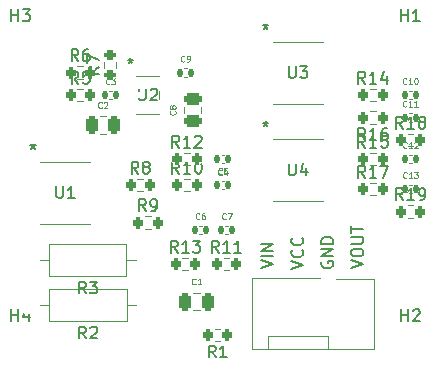
<source format=gto>
%TF.GenerationSoftware,KiCad,Pcbnew,(6.0.4)*%
%TF.CreationDate,2022-04-21T21:48:53-10:00*%
%TF.ProjectId,filter_v2,66696c74-6572-45f7-9632-2e6b69636164,rev?*%
%TF.SameCoordinates,Original*%
%TF.FileFunction,Legend,Top*%
%TF.FilePolarity,Positive*%
%FSLAX46Y46*%
G04 Gerber Fmt 4.6, Leading zero omitted, Abs format (unit mm)*
G04 Created by KiCad (PCBNEW (6.0.4)) date 2022-04-21 21:48:53*
%MOMM*%
%LPD*%
G01*
G04 APERTURE LIST*
G04 Aperture macros list*
%AMRoundRect*
0 Rectangle with rounded corners*
0 $1 Rounding radius*
0 $2 $3 $4 $5 $6 $7 $8 $9 X,Y pos of 4 corners*
0 Add a 4 corners polygon primitive as box body*
4,1,4,$2,$3,$4,$5,$6,$7,$8,$9,$2,$3,0*
0 Add four circle primitives for the rounded corners*
1,1,$1+$1,$2,$3*
1,1,$1+$1,$4,$5*
1,1,$1+$1,$6,$7*
1,1,$1+$1,$8,$9*
0 Add four rect primitives between the rounded corners*
20,1,$1+$1,$2,$3,$4,$5,0*
20,1,$1+$1,$4,$5,$6,$7,0*
20,1,$1+$1,$6,$7,$8,$9,0*
20,1,$1+$1,$8,$9,$2,$3,0*%
G04 Aperture macros list end*
%ADD10C,0.150000*%
%ADD11C,0.125000*%
%ADD12C,0.120000*%
%ADD13R,1.969999X0.558000*%
%ADD14R,1.258799X0.508000*%
%ADD15RoundRect,0.200000X-0.200000X-0.275000X0.200000X-0.275000X0.200000X0.275000X-0.200000X0.275000X0*%
%ADD16RoundRect,0.200000X0.200000X0.275000X-0.200000X0.275000X-0.200000X-0.275000X0.200000X-0.275000X0*%
%ADD17RoundRect,0.200000X0.275000X-0.200000X0.275000X0.200000X-0.275000X0.200000X-0.275000X-0.200000X0*%
%ADD18RoundRect,0.250000X-0.250000X-0.475000X0.250000X-0.475000X0.250000X0.475000X-0.250000X0.475000X0*%
%ADD19C,3.800000*%
%ADD20RoundRect,0.140000X-0.140000X-0.170000X0.140000X-0.170000X0.140000X0.170000X-0.140000X0.170000X0*%
%ADD21C,1.600000*%
%ADD22O,1.600000X1.600000*%
%ADD23RoundRect,0.140000X0.140000X0.170000X-0.140000X0.170000X-0.140000X-0.170000X0.140000X-0.170000X0*%
%ADD24RoundRect,0.250000X0.475000X-0.250000X0.475000X0.250000X-0.475000X0.250000X-0.475000X-0.250000X0*%
%ADD25C,1.100000*%
%ADD26R,1.730000X2.030000*%
%ADD27O,1.730000X2.030000*%
G04 APERTURE END LIST*
D10*
X157567380Y-84461904D02*
X158567380Y-84128571D01*
X157567380Y-83795238D01*
X157567380Y-83271428D02*
X157567380Y-83080952D01*
X157615000Y-82985714D01*
X157710238Y-82890476D01*
X157900714Y-82842857D01*
X158234047Y-82842857D01*
X158424523Y-82890476D01*
X158519761Y-82985714D01*
X158567380Y-83080952D01*
X158567380Y-83271428D01*
X158519761Y-83366666D01*
X158424523Y-83461904D01*
X158234047Y-83509523D01*
X157900714Y-83509523D01*
X157710238Y-83461904D01*
X157615000Y-83366666D01*
X157567380Y-83271428D01*
X157567380Y-82414285D02*
X158376904Y-82414285D01*
X158472142Y-82366666D01*
X158519761Y-82319047D01*
X158567380Y-82223809D01*
X158567380Y-82033333D01*
X158519761Y-81938095D01*
X158472142Y-81890476D01*
X158376904Y-81842857D01*
X157567380Y-81842857D01*
X157567380Y-81509523D02*
X157567380Y-80938095D01*
X158567380Y-81223809D02*
X157567380Y-81223809D01*
X152487380Y-84533333D02*
X153487380Y-84200000D01*
X152487380Y-83866666D01*
X153392142Y-82961904D02*
X153439761Y-83009523D01*
X153487380Y-83152380D01*
X153487380Y-83247619D01*
X153439761Y-83390476D01*
X153344523Y-83485714D01*
X153249285Y-83533333D01*
X153058809Y-83580952D01*
X152915952Y-83580952D01*
X152725476Y-83533333D01*
X152630238Y-83485714D01*
X152535000Y-83390476D01*
X152487380Y-83247619D01*
X152487380Y-83152380D01*
X152535000Y-83009523D01*
X152582619Y-82961904D01*
X153392142Y-81961904D02*
X153439761Y-82009523D01*
X153487380Y-82152380D01*
X153487380Y-82247619D01*
X153439761Y-82390476D01*
X153344523Y-82485714D01*
X153249285Y-82533333D01*
X153058809Y-82580952D01*
X152915952Y-82580952D01*
X152725476Y-82533333D01*
X152630238Y-82485714D01*
X152535000Y-82390476D01*
X152487380Y-82247619D01*
X152487380Y-82152380D01*
X152535000Y-82009523D01*
X152582619Y-81961904D01*
X155075000Y-83946904D02*
X155027380Y-84042142D01*
X155027380Y-84185000D01*
X155075000Y-84327857D01*
X155170238Y-84423095D01*
X155265476Y-84470714D01*
X155455952Y-84518333D01*
X155598809Y-84518333D01*
X155789285Y-84470714D01*
X155884523Y-84423095D01*
X155979761Y-84327857D01*
X156027380Y-84185000D01*
X156027380Y-84089761D01*
X155979761Y-83946904D01*
X155932142Y-83899285D01*
X155598809Y-83899285D01*
X155598809Y-84089761D01*
X156027380Y-83470714D02*
X155027380Y-83470714D01*
X156027380Y-82899285D01*
X155027380Y-82899285D01*
X156027380Y-82423095D02*
X155027380Y-82423095D01*
X155027380Y-82185000D01*
X155075000Y-82042142D01*
X155170238Y-81946904D01*
X155265476Y-81899285D01*
X155455952Y-81851666D01*
X155598809Y-81851666D01*
X155789285Y-81899285D01*
X155884523Y-81946904D01*
X155979761Y-82042142D01*
X156027380Y-82185000D01*
X156027380Y-82423095D01*
X149947380Y-84495238D02*
X150947380Y-84161904D01*
X149947380Y-83828571D01*
X150947380Y-83495238D02*
X149947380Y-83495238D01*
X150947380Y-83019047D02*
X149947380Y-83019047D01*
X150947380Y-82447619D01*
X149947380Y-82447619D01*
%TO.C,U4*%
X152273095Y-75652380D02*
X152273095Y-76461904D01*
X152320714Y-76557142D01*
X152368333Y-76604761D01*
X152463571Y-76652380D01*
X152654047Y-76652380D01*
X152749285Y-76604761D01*
X152796904Y-76557142D01*
X152844523Y-76461904D01*
X152844523Y-75652380D01*
X153749285Y-75985714D02*
X153749285Y-76652380D01*
X153511190Y-75604761D02*
X153273095Y-76319047D01*
X153892142Y-76319047D01*
X150317200Y-72046380D02*
X150317200Y-72284476D01*
X150079104Y-72189238D02*
X150317200Y-72284476D01*
X150555295Y-72189238D01*
X150174342Y-72474952D02*
X150317200Y-72284476D01*
X150460057Y-72474952D01*
X150317200Y-72046380D02*
X150317200Y-72284476D01*
X150079104Y-72189238D02*
X150317200Y-72284476D01*
X150555295Y-72189238D01*
X150174342Y-72474952D02*
X150317200Y-72284476D01*
X150460057Y-72474952D01*
%TO.C,U3*%
X152273095Y-67397380D02*
X152273095Y-68206904D01*
X152320714Y-68302142D01*
X152368333Y-68349761D01*
X152463571Y-68397380D01*
X152654047Y-68397380D01*
X152749285Y-68349761D01*
X152796904Y-68302142D01*
X152844523Y-68206904D01*
X152844523Y-67397380D01*
X153225476Y-67397380D02*
X153844523Y-67397380D01*
X153511190Y-67778333D01*
X153654047Y-67778333D01*
X153749285Y-67825952D01*
X153796904Y-67873571D01*
X153844523Y-67968809D01*
X153844523Y-68206904D01*
X153796904Y-68302142D01*
X153749285Y-68349761D01*
X153654047Y-68397380D01*
X153368333Y-68397380D01*
X153273095Y-68349761D01*
X153225476Y-68302142D01*
X150317200Y-63791380D02*
X150317200Y-64029476D01*
X150079104Y-63934238D02*
X150317200Y-64029476D01*
X150555295Y-63934238D01*
X150174342Y-64219952D02*
X150317200Y-64029476D01*
X150460057Y-64219952D01*
X150317200Y-63791380D02*
X150317200Y-64029476D01*
X150079104Y-63934238D02*
X150317200Y-64029476D01*
X150555295Y-63934238D01*
X150174342Y-64219952D02*
X150317200Y-64029476D01*
X150460057Y-64219952D01*
%TO.C,U2*%
X139573095Y-69302380D02*
X139573095Y-70111904D01*
X139620714Y-70207142D01*
X139668333Y-70254761D01*
X139763571Y-70302380D01*
X139954047Y-70302380D01*
X140049285Y-70254761D01*
X140096904Y-70207142D01*
X140144523Y-70111904D01*
X140144523Y-69302380D01*
X140573095Y-69397619D02*
X140620714Y-69350000D01*
X140715952Y-69302380D01*
X140954047Y-69302380D01*
X141049285Y-69350000D01*
X141096904Y-69397619D01*
X141144523Y-69492857D01*
X141144523Y-69588095D01*
X141096904Y-69730952D01*
X140525476Y-70302380D01*
X141144523Y-70302380D01*
X138861800Y-66701380D02*
X138861800Y-66939476D01*
X138623704Y-66844238D02*
X138861800Y-66939476D01*
X139099895Y-66844238D01*
X138718942Y-67129952D02*
X138861800Y-66939476D01*
X139004657Y-67129952D01*
X138861800Y-66701380D02*
X138861800Y-66939476D01*
X138623704Y-66844238D02*
X138861800Y-66939476D01*
X139099895Y-66844238D01*
X138718942Y-67129952D02*
X138861800Y-66939476D01*
X139004657Y-67129952D01*
%TO.C,U1*%
X132588095Y-77557380D02*
X132588095Y-78366904D01*
X132635714Y-78462142D01*
X132683333Y-78509761D01*
X132778571Y-78557380D01*
X132969047Y-78557380D01*
X133064285Y-78509761D01*
X133111904Y-78462142D01*
X133159523Y-78366904D01*
X133159523Y-77557380D01*
X134159523Y-78557380D02*
X133588095Y-78557380D01*
X133873809Y-78557380D02*
X133873809Y-77557380D01*
X133778571Y-77700238D01*
X133683333Y-77795476D01*
X133588095Y-77843095D01*
X130632200Y-73951380D02*
X130632200Y-74189476D01*
X130394104Y-74094238D02*
X130632200Y-74189476D01*
X130870295Y-74094238D01*
X130489342Y-74379952D02*
X130632200Y-74189476D01*
X130775057Y-74379952D01*
X130632200Y-73951380D02*
X130632200Y-74189476D01*
X130394104Y-74094238D02*
X130632200Y-74189476D01*
X130870295Y-74094238D01*
X130489342Y-74379952D02*
X130632200Y-74189476D01*
X130775057Y-74379952D01*
%TO.C,R19*%
X161927142Y-78732380D02*
X161593809Y-78256190D01*
X161355714Y-78732380D02*
X161355714Y-77732380D01*
X161736666Y-77732380D01*
X161831904Y-77780000D01*
X161879523Y-77827619D01*
X161927142Y-77922857D01*
X161927142Y-78065714D01*
X161879523Y-78160952D01*
X161831904Y-78208571D01*
X161736666Y-78256190D01*
X161355714Y-78256190D01*
X162879523Y-78732380D02*
X162308095Y-78732380D01*
X162593809Y-78732380D02*
X162593809Y-77732380D01*
X162498571Y-77875238D01*
X162403333Y-77970476D01*
X162308095Y-78018095D01*
X163355714Y-78732380D02*
X163546190Y-78732380D01*
X163641428Y-78684761D01*
X163689047Y-78637142D01*
X163784285Y-78494285D01*
X163831904Y-78303809D01*
X163831904Y-77922857D01*
X163784285Y-77827619D01*
X163736666Y-77780000D01*
X163641428Y-77732380D01*
X163450952Y-77732380D01*
X163355714Y-77780000D01*
X163308095Y-77827619D01*
X163260476Y-77922857D01*
X163260476Y-78160952D01*
X163308095Y-78256190D01*
X163355714Y-78303809D01*
X163450952Y-78351428D01*
X163641428Y-78351428D01*
X163736666Y-78303809D01*
X163784285Y-78256190D01*
X163831904Y-78160952D01*
%TO.C,R18*%
X161927142Y-72682380D02*
X161593809Y-72206190D01*
X161355714Y-72682380D02*
X161355714Y-71682380D01*
X161736666Y-71682380D01*
X161831904Y-71730000D01*
X161879523Y-71777619D01*
X161927142Y-71872857D01*
X161927142Y-72015714D01*
X161879523Y-72110952D01*
X161831904Y-72158571D01*
X161736666Y-72206190D01*
X161355714Y-72206190D01*
X162879523Y-72682380D02*
X162308095Y-72682380D01*
X162593809Y-72682380D02*
X162593809Y-71682380D01*
X162498571Y-71825238D01*
X162403333Y-71920476D01*
X162308095Y-71968095D01*
X163450952Y-72110952D02*
X163355714Y-72063333D01*
X163308095Y-72015714D01*
X163260476Y-71920476D01*
X163260476Y-71872857D01*
X163308095Y-71777619D01*
X163355714Y-71730000D01*
X163450952Y-71682380D01*
X163641428Y-71682380D01*
X163736666Y-71730000D01*
X163784285Y-71777619D01*
X163831904Y-71872857D01*
X163831904Y-71920476D01*
X163784285Y-72015714D01*
X163736666Y-72063333D01*
X163641428Y-72110952D01*
X163450952Y-72110952D01*
X163355714Y-72158571D01*
X163308095Y-72206190D01*
X163260476Y-72301428D01*
X163260476Y-72491904D01*
X163308095Y-72587142D01*
X163355714Y-72634761D01*
X163450952Y-72682380D01*
X163641428Y-72682380D01*
X163736666Y-72634761D01*
X163784285Y-72587142D01*
X163831904Y-72491904D01*
X163831904Y-72301428D01*
X163784285Y-72206190D01*
X163736666Y-72158571D01*
X163641428Y-72110952D01*
%TO.C,R17*%
X158742142Y-76827380D02*
X158408809Y-76351190D01*
X158170714Y-76827380D02*
X158170714Y-75827380D01*
X158551666Y-75827380D01*
X158646904Y-75875000D01*
X158694523Y-75922619D01*
X158742142Y-76017857D01*
X158742142Y-76160714D01*
X158694523Y-76255952D01*
X158646904Y-76303571D01*
X158551666Y-76351190D01*
X158170714Y-76351190D01*
X159694523Y-76827380D02*
X159123095Y-76827380D01*
X159408809Y-76827380D02*
X159408809Y-75827380D01*
X159313571Y-75970238D01*
X159218333Y-76065476D01*
X159123095Y-76113095D01*
X160027857Y-75827380D02*
X160694523Y-75827380D01*
X160265952Y-76827380D01*
%TO.C,R16*%
X158742142Y-73637380D02*
X158408809Y-73161190D01*
X158170714Y-73637380D02*
X158170714Y-72637380D01*
X158551666Y-72637380D01*
X158646904Y-72685000D01*
X158694523Y-72732619D01*
X158742142Y-72827857D01*
X158742142Y-72970714D01*
X158694523Y-73065952D01*
X158646904Y-73113571D01*
X158551666Y-73161190D01*
X158170714Y-73161190D01*
X159694523Y-73637380D02*
X159123095Y-73637380D01*
X159408809Y-73637380D02*
X159408809Y-72637380D01*
X159313571Y-72780238D01*
X159218333Y-72875476D01*
X159123095Y-72923095D01*
X160551666Y-72637380D02*
X160361190Y-72637380D01*
X160265952Y-72685000D01*
X160218333Y-72732619D01*
X160123095Y-72875476D01*
X160075476Y-73065952D01*
X160075476Y-73446904D01*
X160123095Y-73542142D01*
X160170714Y-73589761D01*
X160265952Y-73637380D01*
X160456428Y-73637380D01*
X160551666Y-73589761D01*
X160599285Y-73542142D01*
X160646904Y-73446904D01*
X160646904Y-73208809D01*
X160599285Y-73113571D01*
X160551666Y-73065952D01*
X160456428Y-73018333D01*
X160265952Y-73018333D01*
X160170714Y-73065952D01*
X160123095Y-73113571D01*
X160075476Y-73208809D01*
%TO.C,R15*%
X158742142Y-74287380D02*
X158408809Y-73811190D01*
X158170714Y-74287380D02*
X158170714Y-73287380D01*
X158551666Y-73287380D01*
X158646904Y-73335000D01*
X158694523Y-73382619D01*
X158742142Y-73477857D01*
X158742142Y-73620714D01*
X158694523Y-73715952D01*
X158646904Y-73763571D01*
X158551666Y-73811190D01*
X158170714Y-73811190D01*
X159694523Y-74287380D02*
X159123095Y-74287380D01*
X159408809Y-74287380D02*
X159408809Y-73287380D01*
X159313571Y-73430238D01*
X159218333Y-73525476D01*
X159123095Y-73573095D01*
X160599285Y-73287380D02*
X160123095Y-73287380D01*
X160075476Y-73763571D01*
X160123095Y-73715952D01*
X160218333Y-73668333D01*
X160456428Y-73668333D01*
X160551666Y-73715952D01*
X160599285Y-73763571D01*
X160646904Y-73858809D01*
X160646904Y-74096904D01*
X160599285Y-74192142D01*
X160551666Y-74239761D01*
X160456428Y-74287380D01*
X160218333Y-74287380D01*
X160123095Y-74239761D01*
X160075476Y-74192142D01*
%TO.C,R14*%
X158742142Y-68872380D02*
X158408809Y-68396190D01*
X158170714Y-68872380D02*
X158170714Y-67872380D01*
X158551666Y-67872380D01*
X158646904Y-67920000D01*
X158694523Y-67967619D01*
X158742142Y-68062857D01*
X158742142Y-68205714D01*
X158694523Y-68300952D01*
X158646904Y-68348571D01*
X158551666Y-68396190D01*
X158170714Y-68396190D01*
X159694523Y-68872380D02*
X159123095Y-68872380D01*
X159408809Y-68872380D02*
X159408809Y-67872380D01*
X159313571Y-68015238D01*
X159218333Y-68110476D01*
X159123095Y-68158095D01*
X160551666Y-68205714D02*
X160551666Y-68872380D01*
X160313571Y-67824761D02*
X160075476Y-68539047D01*
X160694523Y-68539047D01*
%TO.C,R13*%
X142867142Y-83177380D02*
X142533809Y-82701190D01*
X142295714Y-83177380D02*
X142295714Y-82177380D01*
X142676666Y-82177380D01*
X142771904Y-82225000D01*
X142819523Y-82272619D01*
X142867142Y-82367857D01*
X142867142Y-82510714D01*
X142819523Y-82605952D01*
X142771904Y-82653571D01*
X142676666Y-82701190D01*
X142295714Y-82701190D01*
X143819523Y-83177380D02*
X143248095Y-83177380D01*
X143533809Y-83177380D02*
X143533809Y-82177380D01*
X143438571Y-82320238D01*
X143343333Y-82415476D01*
X143248095Y-82463095D01*
X144152857Y-82177380D02*
X144771904Y-82177380D01*
X144438571Y-82558333D01*
X144581428Y-82558333D01*
X144676666Y-82605952D01*
X144724285Y-82653571D01*
X144771904Y-82748809D01*
X144771904Y-82986904D01*
X144724285Y-83082142D01*
X144676666Y-83129761D01*
X144581428Y-83177380D01*
X144295714Y-83177380D01*
X144200476Y-83129761D01*
X144152857Y-83082142D01*
%TO.C,R12*%
X142992142Y-74287380D02*
X142658809Y-73811190D01*
X142420714Y-74287380D02*
X142420714Y-73287380D01*
X142801666Y-73287380D01*
X142896904Y-73335000D01*
X142944523Y-73382619D01*
X142992142Y-73477857D01*
X142992142Y-73620714D01*
X142944523Y-73715952D01*
X142896904Y-73763571D01*
X142801666Y-73811190D01*
X142420714Y-73811190D01*
X143944523Y-74287380D02*
X143373095Y-74287380D01*
X143658809Y-74287380D02*
X143658809Y-73287380D01*
X143563571Y-73430238D01*
X143468333Y-73525476D01*
X143373095Y-73573095D01*
X144325476Y-73382619D02*
X144373095Y-73335000D01*
X144468333Y-73287380D01*
X144706428Y-73287380D01*
X144801666Y-73335000D01*
X144849285Y-73382619D01*
X144896904Y-73477857D01*
X144896904Y-73573095D01*
X144849285Y-73715952D01*
X144277857Y-74287380D01*
X144896904Y-74287380D01*
%TO.C,R11*%
X146342142Y-83177380D02*
X146008809Y-82701190D01*
X145770714Y-83177380D02*
X145770714Y-82177380D01*
X146151666Y-82177380D01*
X146246904Y-82225000D01*
X146294523Y-82272619D01*
X146342142Y-82367857D01*
X146342142Y-82510714D01*
X146294523Y-82605952D01*
X146246904Y-82653571D01*
X146151666Y-82701190D01*
X145770714Y-82701190D01*
X147294523Y-83177380D02*
X146723095Y-83177380D01*
X147008809Y-83177380D02*
X147008809Y-82177380D01*
X146913571Y-82320238D01*
X146818333Y-82415476D01*
X146723095Y-82463095D01*
X148246904Y-83177380D02*
X147675476Y-83177380D01*
X147961190Y-83177380D02*
X147961190Y-82177380D01*
X147865952Y-82320238D01*
X147770714Y-82415476D01*
X147675476Y-82463095D01*
%TO.C,R10*%
X142992142Y-76492380D02*
X142658809Y-76016190D01*
X142420714Y-76492380D02*
X142420714Y-75492380D01*
X142801666Y-75492380D01*
X142896904Y-75540000D01*
X142944523Y-75587619D01*
X142992142Y-75682857D01*
X142992142Y-75825714D01*
X142944523Y-75920952D01*
X142896904Y-75968571D01*
X142801666Y-76016190D01*
X142420714Y-76016190D01*
X143944523Y-76492380D02*
X143373095Y-76492380D01*
X143658809Y-76492380D02*
X143658809Y-75492380D01*
X143563571Y-75635238D01*
X143468333Y-75730476D01*
X143373095Y-75778095D01*
X144563571Y-75492380D02*
X144658809Y-75492380D01*
X144754047Y-75540000D01*
X144801666Y-75587619D01*
X144849285Y-75682857D01*
X144896904Y-75873333D01*
X144896904Y-76111428D01*
X144849285Y-76301904D01*
X144801666Y-76397142D01*
X144754047Y-76444761D01*
X144658809Y-76492380D01*
X144563571Y-76492380D01*
X144468333Y-76444761D01*
X144420714Y-76397142D01*
X144373095Y-76301904D01*
X144325476Y-76111428D01*
X144325476Y-75873333D01*
X144373095Y-75682857D01*
X144420714Y-75587619D01*
X144468333Y-75540000D01*
X144563571Y-75492380D01*
%TO.C,R9*%
X140168333Y-79667380D02*
X139835000Y-79191190D01*
X139596904Y-79667380D02*
X139596904Y-78667380D01*
X139977857Y-78667380D01*
X140073095Y-78715000D01*
X140120714Y-78762619D01*
X140168333Y-78857857D01*
X140168333Y-79000714D01*
X140120714Y-79095952D01*
X140073095Y-79143571D01*
X139977857Y-79191190D01*
X139596904Y-79191190D01*
X140644523Y-79667380D02*
X140835000Y-79667380D01*
X140930238Y-79619761D01*
X140977857Y-79572142D01*
X141073095Y-79429285D01*
X141120714Y-79238809D01*
X141120714Y-78857857D01*
X141073095Y-78762619D01*
X141025476Y-78715000D01*
X140930238Y-78667380D01*
X140739761Y-78667380D01*
X140644523Y-78715000D01*
X140596904Y-78762619D01*
X140549285Y-78857857D01*
X140549285Y-79095952D01*
X140596904Y-79191190D01*
X140644523Y-79238809D01*
X140739761Y-79286428D01*
X140930238Y-79286428D01*
X141025476Y-79238809D01*
X141073095Y-79191190D01*
X141120714Y-79095952D01*
%TO.C,R8*%
X139533333Y-76492380D02*
X139200000Y-76016190D01*
X138961904Y-76492380D02*
X138961904Y-75492380D01*
X139342857Y-75492380D01*
X139438095Y-75540000D01*
X139485714Y-75587619D01*
X139533333Y-75682857D01*
X139533333Y-75825714D01*
X139485714Y-75920952D01*
X139438095Y-75968571D01*
X139342857Y-76016190D01*
X138961904Y-76016190D01*
X140104761Y-75920952D02*
X140009523Y-75873333D01*
X139961904Y-75825714D01*
X139914285Y-75730476D01*
X139914285Y-75682857D01*
X139961904Y-75587619D01*
X140009523Y-75540000D01*
X140104761Y-75492380D01*
X140295238Y-75492380D01*
X140390476Y-75540000D01*
X140438095Y-75587619D01*
X140485714Y-75682857D01*
X140485714Y-75730476D01*
X140438095Y-75825714D01*
X140390476Y-75873333D01*
X140295238Y-75920952D01*
X140104761Y-75920952D01*
X140009523Y-75968571D01*
X139961904Y-76016190D01*
X139914285Y-76111428D01*
X139914285Y-76301904D01*
X139961904Y-76397142D01*
X140009523Y-76444761D01*
X140104761Y-76492380D01*
X140295238Y-76492380D01*
X140390476Y-76444761D01*
X140438095Y-76397142D01*
X140485714Y-76301904D01*
X140485714Y-76111428D01*
X140438095Y-76016190D01*
X140390476Y-75968571D01*
X140295238Y-75920952D01*
%TO.C,R7*%
X136182380Y-67476666D02*
X135706190Y-67810000D01*
X136182380Y-68048095D02*
X135182380Y-68048095D01*
X135182380Y-67667142D01*
X135230000Y-67571904D01*
X135277619Y-67524285D01*
X135372857Y-67476666D01*
X135515714Y-67476666D01*
X135610952Y-67524285D01*
X135658571Y-67571904D01*
X135706190Y-67667142D01*
X135706190Y-68048095D01*
X135182380Y-67143333D02*
X135182380Y-66476666D01*
X136182380Y-66905238D01*
%TO.C,R6*%
X134453333Y-66967380D02*
X134120000Y-66491190D01*
X133881904Y-66967380D02*
X133881904Y-65967380D01*
X134262857Y-65967380D01*
X134358095Y-66015000D01*
X134405714Y-66062619D01*
X134453333Y-66157857D01*
X134453333Y-66300714D01*
X134405714Y-66395952D01*
X134358095Y-66443571D01*
X134262857Y-66491190D01*
X133881904Y-66491190D01*
X135310476Y-65967380D02*
X135120000Y-65967380D01*
X135024761Y-66015000D01*
X134977142Y-66062619D01*
X134881904Y-66205476D01*
X134834285Y-66395952D01*
X134834285Y-66776904D01*
X134881904Y-66872142D01*
X134929523Y-66919761D01*
X135024761Y-66967380D01*
X135215238Y-66967380D01*
X135310476Y-66919761D01*
X135358095Y-66872142D01*
X135405714Y-66776904D01*
X135405714Y-66538809D01*
X135358095Y-66443571D01*
X135310476Y-66395952D01*
X135215238Y-66348333D01*
X135024761Y-66348333D01*
X134929523Y-66395952D01*
X134881904Y-66443571D01*
X134834285Y-66538809D01*
%TO.C,R5*%
X134453333Y-68872380D02*
X134120000Y-68396190D01*
X133881904Y-68872380D02*
X133881904Y-67872380D01*
X134262857Y-67872380D01*
X134358095Y-67920000D01*
X134405714Y-67967619D01*
X134453333Y-68062857D01*
X134453333Y-68205714D01*
X134405714Y-68300952D01*
X134358095Y-68348571D01*
X134262857Y-68396190D01*
X133881904Y-68396190D01*
X135358095Y-67872380D02*
X134881904Y-67872380D01*
X134834285Y-68348571D01*
X134881904Y-68300952D01*
X134977142Y-68253333D01*
X135215238Y-68253333D01*
X135310476Y-68300952D01*
X135358095Y-68348571D01*
X135405714Y-68443809D01*
X135405714Y-68681904D01*
X135358095Y-68777142D01*
X135310476Y-68824761D01*
X135215238Y-68872380D01*
X134977142Y-68872380D01*
X134881904Y-68824761D01*
X134834285Y-68777142D01*
%TO.C,R1*%
X146073333Y-92052380D02*
X145740000Y-91576190D01*
X145501904Y-92052380D02*
X145501904Y-91052380D01*
X145882857Y-91052380D01*
X145978095Y-91100000D01*
X146025714Y-91147619D01*
X146073333Y-91242857D01*
X146073333Y-91385714D01*
X146025714Y-91480952D01*
X145978095Y-91528571D01*
X145882857Y-91576190D01*
X145501904Y-91576190D01*
X147025714Y-92052380D02*
X146454285Y-92052380D01*
X146740000Y-92052380D02*
X146740000Y-91052380D01*
X146644761Y-91195238D01*
X146549523Y-91290476D01*
X146454285Y-91338095D01*
D11*
%TO.C,C1*%
X144381666Y-85828571D02*
X144357857Y-85852380D01*
X144286428Y-85876190D01*
X144238809Y-85876190D01*
X144167380Y-85852380D01*
X144119761Y-85804761D01*
X144095952Y-85757142D01*
X144072142Y-85661904D01*
X144072142Y-85590476D01*
X144095952Y-85495238D01*
X144119761Y-85447619D01*
X144167380Y-85400000D01*
X144238809Y-85376190D01*
X144286428Y-85376190D01*
X144357857Y-85400000D01*
X144381666Y-85423809D01*
X144857857Y-85876190D02*
X144572142Y-85876190D01*
X144715000Y-85876190D02*
X144715000Y-85376190D01*
X144667380Y-85447619D01*
X144619761Y-85495238D01*
X144572142Y-85519047D01*
D10*
%TO.C,H2*%
X161798095Y-88992380D02*
X161798095Y-87992380D01*
X161798095Y-88468571D02*
X162369523Y-88468571D01*
X162369523Y-88992380D02*
X162369523Y-87992380D01*
X162798095Y-88087619D02*
X162845714Y-88040000D01*
X162940952Y-87992380D01*
X163179047Y-87992380D01*
X163274285Y-88040000D01*
X163321904Y-88087619D01*
X163369523Y-88182857D01*
X163369523Y-88278095D01*
X163321904Y-88420952D01*
X162750476Y-88992380D01*
X163369523Y-88992380D01*
%TO.C,H4*%
X128778095Y-88992380D02*
X128778095Y-87992380D01*
X128778095Y-88468571D02*
X129349523Y-88468571D01*
X129349523Y-88992380D02*
X129349523Y-87992380D01*
X130254285Y-88325714D02*
X130254285Y-88992380D01*
X130016190Y-87944761D02*
X129778095Y-88659047D01*
X130397142Y-88659047D01*
%TO.C,H1*%
X161798095Y-63592380D02*
X161798095Y-62592380D01*
X161798095Y-63068571D02*
X162369523Y-63068571D01*
X162369523Y-63592380D02*
X162369523Y-62592380D01*
X163369523Y-63592380D02*
X162798095Y-63592380D01*
X163083809Y-63592380D02*
X163083809Y-62592380D01*
X162988571Y-62735238D01*
X162893333Y-62830476D01*
X162798095Y-62878095D01*
D11*
%TO.C,C9*%
X143426666Y-66963571D02*
X143402857Y-66987380D01*
X143331428Y-67011190D01*
X143283809Y-67011190D01*
X143212380Y-66987380D01*
X143164761Y-66939761D01*
X143140952Y-66892142D01*
X143117142Y-66796904D01*
X143117142Y-66725476D01*
X143140952Y-66630238D01*
X143164761Y-66582619D01*
X143212380Y-66535000D01*
X143283809Y-66511190D01*
X143331428Y-66511190D01*
X143402857Y-66535000D01*
X143426666Y-66558809D01*
X143664761Y-67011190D02*
X143760000Y-67011190D01*
X143807619Y-66987380D01*
X143831428Y-66963571D01*
X143879047Y-66892142D01*
X143902857Y-66796904D01*
X143902857Y-66606428D01*
X143879047Y-66558809D01*
X143855238Y-66535000D01*
X143807619Y-66511190D01*
X143712380Y-66511190D01*
X143664761Y-66535000D01*
X143640952Y-66558809D01*
X143617142Y-66606428D01*
X143617142Y-66725476D01*
X143640952Y-66773095D01*
X143664761Y-66796904D01*
X143712380Y-66820714D01*
X143807619Y-66820714D01*
X143855238Y-66796904D01*
X143879047Y-66773095D01*
X143902857Y-66725476D01*
D10*
%TO.C,R2*%
X135098333Y-90452380D02*
X134765000Y-89976190D01*
X134526904Y-90452380D02*
X134526904Y-89452380D01*
X134907857Y-89452380D01*
X135003095Y-89500000D01*
X135050714Y-89547619D01*
X135098333Y-89642857D01*
X135098333Y-89785714D01*
X135050714Y-89880952D01*
X135003095Y-89928571D01*
X134907857Y-89976190D01*
X134526904Y-89976190D01*
X135479285Y-89547619D02*
X135526904Y-89500000D01*
X135622142Y-89452380D01*
X135860238Y-89452380D01*
X135955476Y-89500000D01*
X136003095Y-89547619D01*
X136050714Y-89642857D01*
X136050714Y-89738095D01*
X136003095Y-89880952D01*
X135431666Y-90452380D01*
X136050714Y-90452380D01*
D11*
%TO.C,C12*%
X162248571Y-74283571D02*
X162224761Y-74307380D01*
X162153333Y-74331190D01*
X162105714Y-74331190D01*
X162034285Y-74307380D01*
X161986666Y-74259761D01*
X161962857Y-74212142D01*
X161939047Y-74116904D01*
X161939047Y-74045476D01*
X161962857Y-73950238D01*
X161986666Y-73902619D01*
X162034285Y-73855000D01*
X162105714Y-73831190D01*
X162153333Y-73831190D01*
X162224761Y-73855000D01*
X162248571Y-73878809D01*
X162724761Y-74331190D02*
X162439047Y-74331190D01*
X162581904Y-74331190D02*
X162581904Y-73831190D01*
X162534285Y-73902619D01*
X162486666Y-73950238D01*
X162439047Y-73974047D01*
X162915238Y-73878809D02*
X162939047Y-73855000D01*
X162986666Y-73831190D01*
X163105714Y-73831190D01*
X163153333Y-73855000D01*
X163177142Y-73878809D01*
X163200952Y-73926428D01*
X163200952Y-73974047D01*
X163177142Y-74045476D01*
X162891428Y-74331190D01*
X163200952Y-74331190D01*
%TO.C,C7*%
X146926666Y-80298571D02*
X146902857Y-80322380D01*
X146831428Y-80346190D01*
X146783809Y-80346190D01*
X146712380Y-80322380D01*
X146664761Y-80274761D01*
X146640952Y-80227142D01*
X146617142Y-80131904D01*
X146617142Y-80060476D01*
X146640952Y-79965238D01*
X146664761Y-79917619D01*
X146712380Y-79870000D01*
X146783809Y-79846190D01*
X146831428Y-79846190D01*
X146902857Y-79870000D01*
X146926666Y-79893809D01*
X147093333Y-79846190D02*
X147426666Y-79846190D01*
X147212380Y-80346190D01*
D10*
%TO.C,H3*%
X128778095Y-63592380D02*
X128778095Y-62592380D01*
X128778095Y-63068571D02*
X129349523Y-63068571D01*
X129349523Y-63592380D02*
X129349523Y-62592380D01*
X129730476Y-62592380D02*
X130349523Y-62592380D01*
X130016190Y-62973333D01*
X130159047Y-62973333D01*
X130254285Y-63020952D01*
X130301904Y-63068571D01*
X130349523Y-63163809D01*
X130349523Y-63401904D01*
X130301904Y-63497142D01*
X130254285Y-63544761D01*
X130159047Y-63592380D01*
X129873333Y-63592380D01*
X129778095Y-63544761D01*
X129730476Y-63497142D01*
D11*
%TO.C,C6*%
X144696666Y-80298571D02*
X144672857Y-80322380D01*
X144601428Y-80346190D01*
X144553809Y-80346190D01*
X144482380Y-80322380D01*
X144434761Y-80274761D01*
X144410952Y-80227142D01*
X144387142Y-80131904D01*
X144387142Y-80060476D01*
X144410952Y-79965238D01*
X144434761Y-79917619D01*
X144482380Y-79870000D01*
X144553809Y-79846190D01*
X144601428Y-79846190D01*
X144672857Y-79870000D01*
X144696666Y-79893809D01*
X145125238Y-79846190D02*
X145030000Y-79846190D01*
X144982380Y-79870000D01*
X144958571Y-79893809D01*
X144910952Y-79965238D01*
X144887142Y-80060476D01*
X144887142Y-80250952D01*
X144910952Y-80298571D01*
X144934761Y-80322380D01*
X144982380Y-80346190D01*
X145077619Y-80346190D01*
X145125238Y-80322380D01*
X145149047Y-80298571D01*
X145172857Y-80250952D01*
X145172857Y-80131904D01*
X145149047Y-80084285D01*
X145125238Y-80060476D01*
X145077619Y-80036666D01*
X144982380Y-80036666D01*
X144934761Y-80060476D01*
X144910952Y-80084285D01*
X144887142Y-80131904D01*
D10*
%TO.C,R3*%
X135088333Y-86642380D02*
X134755000Y-86166190D01*
X134516904Y-86642380D02*
X134516904Y-85642380D01*
X134897857Y-85642380D01*
X134993095Y-85690000D01*
X135040714Y-85737619D01*
X135088333Y-85832857D01*
X135088333Y-85975714D01*
X135040714Y-86070952D01*
X134993095Y-86118571D01*
X134897857Y-86166190D01*
X134516904Y-86166190D01*
X135421666Y-85642380D02*
X136040714Y-85642380D01*
X135707380Y-86023333D01*
X135850238Y-86023333D01*
X135945476Y-86070952D01*
X135993095Y-86118571D01*
X136040714Y-86213809D01*
X136040714Y-86451904D01*
X135993095Y-86547142D01*
X135945476Y-86594761D01*
X135850238Y-86642380D01*
X135564523Y-86642380D01*
X135469285Y-86594761D01*
X135421666Y-86547142D01*
D11*
%TO.C,C5*%
X146601666Y-76488571D02*
X146577857Y-76512380D01*
X146506428Y-76536190D01*
X146458809Y-76536190D01*
X146387380Y-76512380D01*
X146339761Y-76464761D01*
X146315952Y-76417142D01*
X146292142Y-76321904D01*
X146292142Y-76250476D01*
X146315952Y-76155238D01*
X146339761Y-76107619D01*
X146387380Y-76060000D01*
X146458809Y-76036190D01*
X146506428Y-76036190D01*
X146577857Y-76060000D01*
X146601666Y-76083809D01*
X147054047Y-76036190D02*
X146815952Y-76036190D01*
X146792142Y-76274285D01*
X146815952Y-76250476D01*
X146863571Y-76226666D01*
X146982619Y-76226666D01*
X147030238Y-76250476D01*
X147054047Y-76274285D01*
X147077857Y-76321904D01*
X147077857Y-76440952D01*
X147054047Y-76488571D01*
X147030238Y-76512380D01*
X146982619Y-76536190D01*
X146863571Y-76536190D01*
X146815952Y-76512380D01*
X146792142Y-76488571D01*
%TO.C,C11*%
X162238571Y-70773571D02*
X162214761Y-70797380D01*
X162143333Y-70821190D01*
X162095714Y-70821190D01*
X162024285Y-70797380D01*
X161976666Y-70749761D01*
X161952857Y-70702142D01*
X161929047Y-70606904D01*
X161929047Y-70535476D01*
X161952857Y-70440238D01*
X161976666Y-70392619D01*
X162024285Y-70345000D01*
X162095714Y-70321190D01*
X162143333Y-70321190D01*
X162214761Y-70345000D01*
X162238571Y-70368809D01*
X162714761Y-70821190D02*
X162429047Y-70821190D01*
X162571904Y-70821190D02*
X162571904Y-70321190D01*
X162524285Y-70392619D01*
X162476666Y-70440238D01*
X162429047Y-70464047D01*
X163190952Y-70821190D02*
X162905238Y-70821190D01*
X163048095Y-70821190D02*
X163048095Y-70321190D01*
X163000476Y-70392619D01*
X162952857Y-70440238D01*
X162905238Y-70464047D01*
%TO.C,C4*%
X146601666Y-76603571D02*
X146577857Y-76627380D01*
X146506428Y-76651190D01*
X146458809Y-76651190D01*
X146387380Y-76627380D01*
X146339761Y-76579761D01*
X146315952Y-76532142D01*
X146292142Y-76436904D01*
X146292142Y-76365476D01*
X146315952Y-76270238D01*
X146339761Y-76222619D01*
X146387380Y-76175000D01*
X146458809Y-76151190D01*
X146506428Y-76151190D01*
X146577857Y-76175000D01*
X146601666Y-76198809D01*
X147030238Y-76317857D02*
X147030238Y-76651190D01*
X146911190Y-76127380D02*
X146792142Y-76484523D01*
X147101666Y-76484523D01*
%TO.C,C13*%
X162248571Y-76823571D02*
X162224761Y-76847380D01*
X162153333Y-76871190D01*
X162105714Y-76871190D01*
X162034285Y-76847380D01*
X161986666Y-76799761D01*
X161962857Y-76752142D01*
X161939047Y-76656904D01*
X161939047Y-76585476D01*
X161962857Y-76490238D01*
X161986666Y-76442619D01*
X162034285Y-76395000D01*
X162105714Y-76371190D01*
X162153333Y-76371190D01*
X162224761Y-76395000D01*
X162248571Y-76418809D01*
X162724761Y-76871190D02*
X162439047Y-76871190D01*
X162581904Y-76871190D02*
X162581904Y-76371190D01*
X162534285Y-76442619D01*
X162486666Y-76490238D01*
X162439047Y-76514047D01*
X162891428Y-76371190D02*
X163200952Y-76371190D01*
X163034285Y-76561666D01*
X163105714Y-76561666D01*
X163153333Y-76585476D01*
X163177142Y-76609285D01*
X163200952Y-76656904D01*
X163200952Y-76775952D01*
X163177142Y-76823571D01*
X163153333Y-76847380D01*
X163105714Y-76871190D01*
X162962857Y-76871190D01*
X162915238Y-76847380D01*
X162891428Y-76823571D01*
%TO.C,C2*%
X136441666Y-70888571D02*
X136417857Y-70912380D01*
X136346428Y-70936190D01*
X136298809Y-70936190D01*
X136227380Y-70912380D01*
X136179761Y-70864761D01*
X136155952Y-70817142D01*
X136132142Y-70721904D01*
X136132142Y-70650476D01*
X136155952Y-70555238D01*
X136179761Y-70507619D01*
X136227380Y-70460000D01*
X136298809Y-70436190D01*
X136346428Y-70436190D01*
X136417857Y-70460000D01*
X136441666Y-70483809D01*
X136632142Y-70483809D02*
X136655952Y-70460000D01*
X136703571Y-70436190D01*
X136822619Y-70436190D01*
X136870238Y-70460000D01*
X136894047Y-70483809D01*
X136917857Y-70531428D01*
X136917857Y-70579047D01*
X136894047Y-70650476D01*
X136608333Y-70936190D01*
X136917857Y-70936190D01*
%TO.C,C8*%
X142643571Y-71203333D02*
X142667380Y-71227142D01*
X142691190Y-71298571D01*
X142691190Y-71346190D01*
X142667380Y-71417619D01*
X142619761Y-71465238D01*
X142572142Y-71489047D01*
X142476904Y-71512857D01*
X142405476Y-71512857D01*
X142310238Y-71489047D01*
X142262619Y-71465238D01*
X142215000Y-71417619D01*
X142191190Y-71346190D01*
X142191190Y-71298571D01*
X142215000Y-71227142D01*
X142238809Y-71203333D01*
X142405476Y-70917619D02*
X142381666Y-70965238D01*
X142357857Y-70989047D01*
X142310238Y-71012857D01*
X142286428Y-71012857D01*
X142238809Y-70989047D01*
X142215000Y-70965238D01*
X142191190Y-70917619D01*
X142191190Y-70822380D01*
X142215000Y-70774761D01*
X142238809Y-70750952D01*
X142286428Y-70727142D01*
X142310238Y-70727142D01*
X142357857Y-70750952D01*
X142381666Y-70774761D01*
X142405476Y-70822380D01*
X142405476Y-70917619D01*
X142429285Y-70965238D01*
X142453095Y-70989047D01*
X142500714Y-71012857D01*
X142595952Y-71012857D01*
X142643571Y-70989047D01*
X142667380Y-70965238D01*
X142691190Y-70917619D01*
X142691190Y-70822380D01*
X142667380Y-70774761D01*
X142643571Y-70750952D01*
X142595952Y-70727142D01*
X142500714Y-70727142D01*
X142453095Y-70750952D01*
X142429285Y-70774761D01*
X142405476Y-70822380D01*
%TO.C,C3*%
X137076666Y-68868571D02*
X137052857Y-68892380D01*
X136981428Y-68916190D01*
X136933809Y-68916190D01*
X136862380Y-68892380D01*
X136814761Y-68844761D01*
X136790952Y-68797142D01*
X136767142Y-68701904D01*
X136767142Y-68630476D01*
X136790952Y-68535238D01*
X136814761Y-68487619D01*
X136862380Y-68440000D01*
X136933809Y-68416190D01*
X136981428Y-68416190D01*
X137052857Y-68440000D01*
X137076666Y-68463809D01*
X137243333Y-68416190D02*
X137552857Y-68416190D01*
X137386190Y-68606666D01*
X137457619Y-68606666D01*
X137505238Y-68630476D01*
X137529047Y-68654285D01*
X137552857Y-68701904D01*
X137552857Y-68820952D01*
X137529047Y-68868571D01*
X137505238Y-68892380D01*
X137457619Y-68916190D01*
X137314761Y-68916190D01*
X137267142Y-68892380D01*
X137243333Y-68868571D01*
%TO.C,C10*%
X162238571Y-68868571D02*
X162214761Y-68892380D01*
X162143333Y-68916190D01*
X162095714Y-68916190D01*
X162024285Y-68892380D01*
X161976666Y-68844761D01*
X161952857Y-68797142D01*
X161929047Y-68701904D01*
X161929047Y-68630476D01*
X161952857Y-68535238D01*
X161976666Y-68487619D01*
X162024285Y-68440000D01*
X162095714Y-68416190D01*
X162143333Y-68416190D01*
X162214761Y-68440000D01*
X162238571Y-68463809D01*
X162714761Y-68916190D02*
X162429047Y-68916190D01*
X162571904Y-68916190D02*
X162571904Y-68416190D01*
X162524285Y-68487619D01*
X162476666Y-68535238D01*
X162429047Y-68559047D01*
X163024285Y-68416190D02*
X163071904Y-68416190D01*
X163119523Y-68440000D01*
X163143333Y-68463809D01*
X163167142Y-68511428D01*
X163190952Y-68606666D01*
X163190952Y-68725714D01*
X163167142Y-68820952D01*
X163143333Y-68868571D01*
X163119523Y-68892380D01*
X163071904Y-68916190D01*
X163024285Y-68916190D01*
X162976666Y-68892380D01*
X162952857Y-68868571D01*
X162929047Y-68820952D01*
X162905238Y-68725714D01*
X162905238Y-68606666D01*
X162929047Y-68511428D01*
X162952857Y-68463809D01*
X162976666Y-68440000D01*
X163024285Y-68416190D01*
D12*
%TO.C,U4*%
X155155900Y-73571100D02*
X150914100Y-73571100D01*
X150914100Y-78828900D02*
X155155900Y-78828900D01*
%TO.C,U3*%
X155155900Y-65316100D02*
X150914100Y-65316100D01*
X150914100Y-70573900D02*
X155155900Y-70573900D01*
%TO.C,U2*%
X141312900Y-70213261D02*
X141312900Y-69486739D01*
X141312900Y-68224400D02*
X139357100Y-68224400D01*
X139357100Y-71475600D02*
X141312900Y-71475600D01*
%TO.C,U1*%
X135470900Y-75476100D02*
X131229100Y-75476100D01*
X131229100Y-80733900D02*
X135470900Y-80733900D01*
%TO.C,R19*%
X162332742Y-80232500D02*
X162807258Y-80232500D01*
X162332742Y-79187500D02*
X162807258Y-79187500D01*
%TO.C,R18*%
X162332742Y-74182500D02*
X162807258Y-74182500D01*
X162332742Y-73137500D02*
X162807258Y-73137500D01*
%TO.C,R17*%
X159147742Y-78327500D02*
X159622258Y-78327500D01*
X159147742Y-77282500D02*
X159622258Y-77282500D01*
%TO.C,R16*%
X159622258Y-71232500D02*
X159147742Y-71232500D01*
X159622258Y-72277500D02*
X159147742Y-72277500D01*
%TO.C,R15*%
X159147742Y-75787500D02*
X159622258Y-75787500D01*
X159147742Y-74742500D02*
X159622258Y-74742500D01*
%TO.C,R14*%
X159147742Y-70372500D02*
X159622258Y-70372500D01*
X159147742Y-69327500D02*
X159622258Y-69327500D01*
%TO.C,R13*%
X143272742Y-84677500D02*
X143747258Y-84677500D01*
X143272742Y-83632500D02*
X143747258Y-83632500D01*
%TO.C,R12*%
X143397742Y-75787500D02*
X143872258Y-75787500D01*
X143397742Y-74742500D02*
X143872258Y-74742500D01*
%TO.C,R11*%
X146747742Y-84677500D02*
X147222258Y-84677500D01*
X146747742Y-83632500D02*
X147222258Y-83632500D01*
%TO.C,R10*%
X143397742Y-77992500D02*
X143872258Y-77992500D01*
X143397742Y-76947500D02*
X143872258Y-76947500D01*
%TO.C,R9*%
X140097742Y-81167500D02*
X140572258Y-81167500D01*
X140097742Y-80122500D02*
X140572258Y-80122500D01*
%TO.C,R8*%
X139462742Y-77992500D02*
X139937258Y-77992500D01*
X139462742Y-76947500D02*
X139937258Y-76947500D01*
%TO.C,R7*%
X137682500Y-67547258D02*
X137682500Y-67072742D01*
X136637500Y-67547258D02*
X136637500Y-67072742D01*
%TO.C,R6*%
X134382742Y-68467500D02*
X134857258Y-68467500D01*
X134382742Y-67422500D02*
X134857258Y-67422500D01*
%TO.C,R5*%
X134382742Y-70372500D02*
X134857258Y-70372500D01*
X134382742Y-69327500D02*
X134857258Y-69327500D01*
%TO.C,R1*%
X146477258Y-89647500D02*
X146002742Y-89647500D01*
X146477258Y-90692500D02*
X146002742Y-90692500D01*
%TO.C,C1*%
X144203748Y-88065000D02*
X144726252Y-88065000D01*
X144203748Y-86595000D02*
X144726252Y-86595000D01*
%TO.C,C9*%
X143402164Y-68305000D02*
X143617836Y-68305000D01*
X143402164Y-67585000D02*
X143617836Y-67585000D01*
%TO.C,R2*%
X131225000Y-87630000D02*
X131995000Y-87630000D01*
X139305000Y-87630000D02*
X138535000Y-87630000D01*
X138535000Y-89000000D02*
X138535000Y-86260000D01*
X131995000Y-86260000D02*
X131995000Y-89000000D01*
X138535000Y-86260000D02*
X131995000Y-86260000D01*
X131995000Y-89000000D02*
X138535000Y-89000000D01*
%TO.C,C12*%
X162462164Y-75625000D02*
X162677836Y-75625000D01*
X162462164Y-74905000D02*
X162677836Y-74905000D01*
%TO.C,C7*%
X146902164Y-81640000D02*
X147117836Y-81640000D01*
X146902164Y-80920000D02*
X147117836Y-80920000D01*
%TO.C,C6*%
X144672164Y-81640000D02*
X144887836Y-81640000D01*
X144672164Y-80920000D02*
X144887836Y-80920000D01*
%TO.C,R3*%
X131215000Y-83820000D02*
X131985000Y-83820000D01*
X139295000Y-83820000D02*
X138525000Y-83820000D01*
X138525000Y-85190000D02*
X138525000Y-82450000D01*
X131985000Y-82450000D02*
X131985000Y-85190000D01*
X138525000Y-82450000D02*
X131985000Y-82450000D01*
X131985000Y-85190000D02*
X138525000Y-85190000D01*
%TO.C,C5*%
X146577164Y-77830000D02*
X146792836Y-77830000D01*
X146577164Y-77110000D02*
X146792836Y-77110000D01*
%TO.C,C11*%
X162452164Y-72115000D02*
X162667836Y-72115000D01*
X162452164Y-71395000D02*
X162667836Y-71395000D01*
%TO.C,C4*%
X146792836Y-74905000D02*
X146577164Y-74905000D01*
X146792836Y-75625000D02*
X146577164Y-75625000D01*
%TO.C,C13*%
X162462164Y-78165000D02*
X162677836Y-78165000D01*
X162462164Y-77445000D02*
X162677836Y-77445000D01*
%TO.C,C2*%
X136263748Y-73125000D02*
X136786252Y-73125000D01*
X136263748Y-71655000D02*
X136786252Y-71655000D01*
%TO.C,C8*%
X144880000Y-71381252D02*
X144880000Y-70858748D01*
X143410000Y-71381252D02*
X143410000Y-70858748D01*
%TO.C,J1*%
X159455000Y-91365000D02*
X149155000Y-91365000D01*
X150505000Y-90255000D02*
X155585000Y-90255000D01*
X156255000Y-85415000D02*
X159455000Y-85415000D01*
X150505000Y-91265000D02*
X150505000Y-90255000D01*
X155585000Y-90255000D02*
X155585000Y-91265000D01*
X159455000Y-85415000D02*
X159455000Y-91365000D01*
X149155000Y-91365000D02*
X149155000Y-85365000D01*
X149155000Y-85365000D02*
X154905000Y-85365000D01*
%TO.C,C3*%
X137052164Y-70210000D02*
X137267836Y-70210000D01*
X137052164Y-69490000D02*
X137267836Y-69490000D01*
%TO.C,C10*%
X162452164Y-70210000D02*
X162667836Y-70210000D01*
X162452164Y-69490000D02*
X162667836Y-69490000D01*
%TD*%
%LPC*%
D13*
%TO.C,U4*%
X150571200Y-74295000D03*
X150571200Y-75565000D03*
X150571200Y-76835000D03*
X150571200Y-78105000D03*
X155498800Y-78105000D03*
X155498800Y-76835000D03*
X155498800Y-75565000D03*
X155498800Y-74295000D03*
%TD*%
%TO.C,U3*%
X150571200Y-66040000D03*
X150571200Y-67310000D03*
X150571200Y-68580000D03*
X150571200Y-69850000D03*
X155498800Y-69850000D03*
X155498800Y-68580000D03*
X155498800Y-67310000D03*
X155498800Y-66040000D03*
%TD*%
D14*
%TO.C,U2*%
X139115800Y-68899999D03*
X139115800Y-69850000D03*
X139115800Y-70800001D03*
X141554200Y-70800001D03*
X141554200Y-68899999D03*
%TD*%
D13*
%TO.C,U1*%
X130886200Y-76200000D03*
X130886200Y-77470000D03*
X130886200Y-78740000D03*
X130886200Y-80010000D03*
X135813800Y-80010000D03*
X135813800Y-78740000D03*
X135813800Y-77470000D03*
X135813800Y-76200000D03*
%TD*%
D15*
%TO.C,R19*%
X161745000Y-79710000D03*
X163395000Y-79710000D03*
%TD*%
%TO.C,R18*%
X161745000Y-73660000D03*
X163395000Y-73660000D03*
%TD*%
%TO.C,R17*%
X158560000Y-77805000D03*
X160210000Y-77805000D03*
%TD*%
D16*
%TO.C,R16*%
X160210000Y-71755000D03*
X158560000Y-71755000D03*
%TD*%
D15*
%TO.C,R15*%
X158560000Y-75265000D03*
X160210000Y-75265000D03*
%TD*%
%TO.C,R14*%
X158560000Y-69850000D03*
X160210000Y-69850000D03*
%TD*%
%TO.C,R13*%
X142685000Y-84155000D03*
X144335000Y-84155000D03*
%TD*%
%TO.C,R12*%
X142810000Y-75265000D03*
X144460000Y-75265000D03*
%TD*%
%TO.C,R11*%
X146160000Y-84155000D03*
X147810000Y-84155000D03*
%TD*%
%TO.C,R10*%
X142810000Y-77470000D03*
X144460000Y-77470000D03*
%TD*%
%TO.C,R9*%
X139510000Y-80645000D03*
X141160000Y-80645000D03*
%TD*%
%TO.C,R8*%
X138875000Y-77470000D03*
X140525000Y-77470000D03*
%TD*%
D17*
%TO.C,R7*%
X137160000Y-68135000D03*
X137160000Y-66485000D03*
%TD*%
D15*
%TO.C,R6*%
X133795000Y-67945000D03*
X135445000Y-67945000D03*
%TD*%
%TO.C,R5*%
X133795000Y-69850000D03*
X135445000Y-69850000D03*
%TD*%
D16*
%TO.C,R1*%
X147065000Y-90170000D03*
X145415000Y-90170000D03*
%TD*%
D18*
%TO.C,C1*%
X143515000Y-87330000D03*
X145415000Y-87330000D03*
%TD*%
D19*
%TO.C,H2*%
X162560000Y-91440000D03*
%TD*%
%TO.C,H4*%
X129540000Y-91440000D03*
%TD*%
%TO.C,H1*%
X162560000Y-66040000D03*
%TD*%
D20*
%TO.C,C9*%
X143030000Y-67945000D03*
X143990000Y-67945000D03*
%TD*%
D21*
%TO.C,R2*%
X140345000Y-87630000D03*
D22*
X130185000Y-87630000D03*
%TD*%
D20*
%TO.C,C12*%
X162090000Y-75265000D03*
X163050000Y-75265000D03*
%TD*%
%TO.C,C7*%
X146530000Y-81280000D03*
X147490000Y-81280000D03*
%TD*%
D19*
%TO.C,H3*%
X129540000Y-66040000D03*
%TD*%
D20*
%TO.C,C6*%
X144300000Y-81280000D03*
X145260000Y-81280000D03*
%TD*%
D21*
%TO.C,R3*%
X140335000Y-83820000D03*
D22*
X130175000Y-83820000D03*
%TD*%
D20*
%TO.C,C5*%
X146205000Y-77470000D03*
X147165000Y-77470000D03*
%TD*%
%TO.C,C11*%
X162080000Y-71755000D03*
X163040000Y-71755000D03*
%TD*%
D23*
%TO.C,C4*%
X147165000Y-75265000D03*
X146205000Y-75265000D03*
%TD*%
D20*
%TO.C,C13*%
X162090000Y-77805000D03*
X163050000Y-77805000D03*
%TD*%
D18*
%TO.C,C2*%
X135575000Y-72390000D03*
X137475000Y-72390000D03*
%TD*%
D24*
%TO.C,C8*%
X144145000Y-72070000D03*
X144145000Y-70170000D03*
%TD*%
D25*
%TO.C,J1*%
X155585000Y-85805000D03*
D26*
X150505000Y-87965000D03*
D27*
X153045000Y-87965000D03*
X155585000Y-87965000D03*
X158125000Y-87965000D03*
%TD*%
D20*
%TO.C,C3*%
X136680000Y-69850000D03*
X137640000Y-69850000D03*
%TD*%
%TO.C,C10*%
X162080000Y-69850000D03*
X163040000Y-69850000D03*
%TD*%
M02*

</source>
